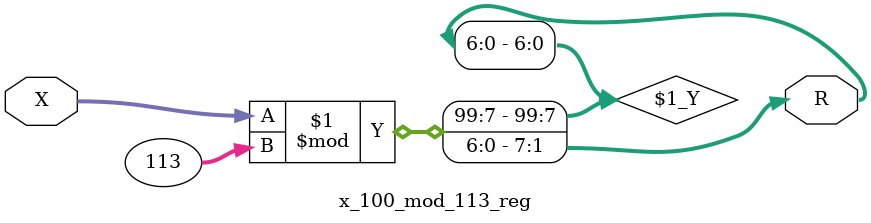
<source format=v>
module x_100_mod_113_reg(
    input [100:1] X,
    output [7:1] R
    );


assign R = X % 113;

endmodule

</source>
